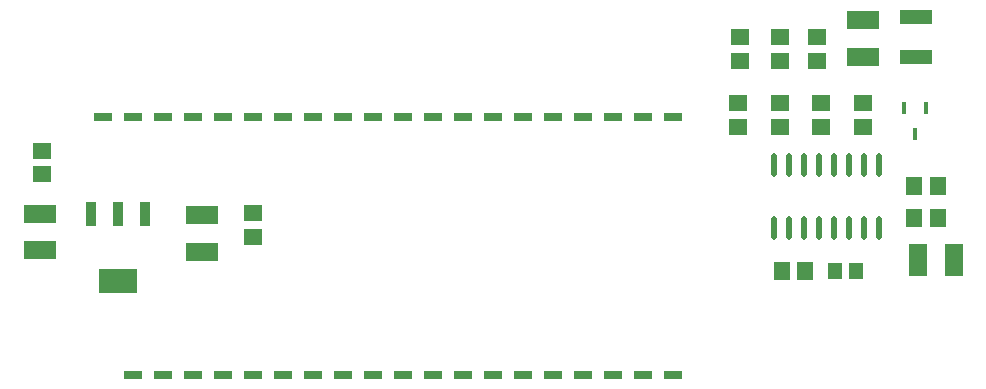
<source format=gtp>
G04*
G04 #@! TF.GenerationSoftware,Altium Limited,Altium Designer,19.0.4 (130)*
G04*
G04 Layer_Color=8421504*
%FSLAX44Y44*%
%MOMM*%
G71*
G01*
G75*
%ADD15R,1.6000X0.7500*%
%ADD16R,2.8000X1.5000*%
%ADD17R,0.9000X2.1000*%
%ADD18R,3.2000X2.1000*%
%ADD19R,1.5000X1.4000*%
%ADD20R,1.4000X1.5000*%
%ADD21R,1.2000X1.4000*%
%ADD22R,1.5000X2.8000*%
%ADD23O,0.5500X2.0000*%
%ADD24R,0.4500X1.0000*%
%ADD25R,2.6670X1.2700*%
D15*
X471000Y767049D02*
D03*
X496400D02*
D03*
X521800D02*
D03*
X547200D02*
D03*
X572600D02*
D03*
X598000D02*
D03*
X623400D02*
D03*
X648800D02*
D03*
X674200D02*
D03*
X699600D02*
D03*
X725000D02*
D03*
X750400D02*
D03*
X775800D02*
D03*
X801200D02*
D03*
X826600D02*
D03*
X852000D02*
D03*
X877400D02*
D03*
X902800D02*
D03*
X928200D02*
D03*
X953600D02*
D03*
Y548750D02*
D03*
X928200D02*
D03*
X902800D02*
D03*
X877400D02*
D03*
X852000D02*
D03*
X826600D02*
D03*
X801200D02*
D03*
X775800D02*
D03*
X750400D02*
D03*
X725000D02*
D03*
X699600D02*
D03*
X674200D02*
D03*
X648800D02*
D03*
X623400D02*
D03*
X598000D02*
D03*
X572600D02*
D03*
X547200D02*
D03*
X521800D02*
D03*
X496400D02*
D03*
D16*
X418000Y685500D02*
D03*
Y654500D02*
D03*
X1115000Y849330D02*
D03*
Y818330D02*
D03*
X555000Y653500D02*
D03*
Y684500D02*
D03*
D17*
X507000Y685500D02*
D03*
X484000D02*
D03*
X461000D02*
D03*
D18*
X484000Y628500D02*
D03*
D19*
X1011000Y835000D02*
D03*
Y815000D02*
D03*
X1076000Y835000D02*
D03*
Y815000D02*
D03*
X1044165Y759000D02*
D03*
Y779000D02*
D03*
X1009000Y759000D02*
D03*
Y779000D02*
D03*
X1044165Y815076D02*
D03*
Y835076D02*
D03*
X1079331Y779000D02*
D03*
Y759000D02*
D03*
X1114495D02*
D03*
Y779000D02*
D03*
X598000Y686000D02*
D03*
Y666000D02*
D03*
X420000Y739000D02*
D03*
Y719000D02*
D03*
D20*
X1046000Y637000D02*
D03*
X1066000D02*
D03*
X1158246Y682000D02*
D03*
X1178246D02*
D03*
X1158246Y708850D02*
D03*
X1178246D02*
D03*
D21*
X1091000Y637000D02*
D03*
X1109000D02*
D03*
D22*
X1192000Y646000D02*
D03*
X1161000D02*
D03*
D23*
X1128450Y726670D02*
D03*
X1115750D02*
D03*
X1103050D02*
D03*
X1090350D02*
D03*
X1077650D02*
D03*
X1064950D02*
D03*
X1052250D02*
D03*
X1039550D02*
D03*
X1128450Y673076D02*
D03*
X1115750D02*
D03*
X1103050D02*
D03*
X1090350D02*
D03*
X1077650D02*
D03*
X1064950D02*
D03*
X1052250D02*
D03*
X1039550D02*
D03*
D24*
X1158745Y752750D02*
D03*
X1149245Y775430D02*
D03*
X1168245D02*
D03*
D25*
X1160000Y817855D02*
D03*
Y852145D02*
D03*
M02*

</source>
